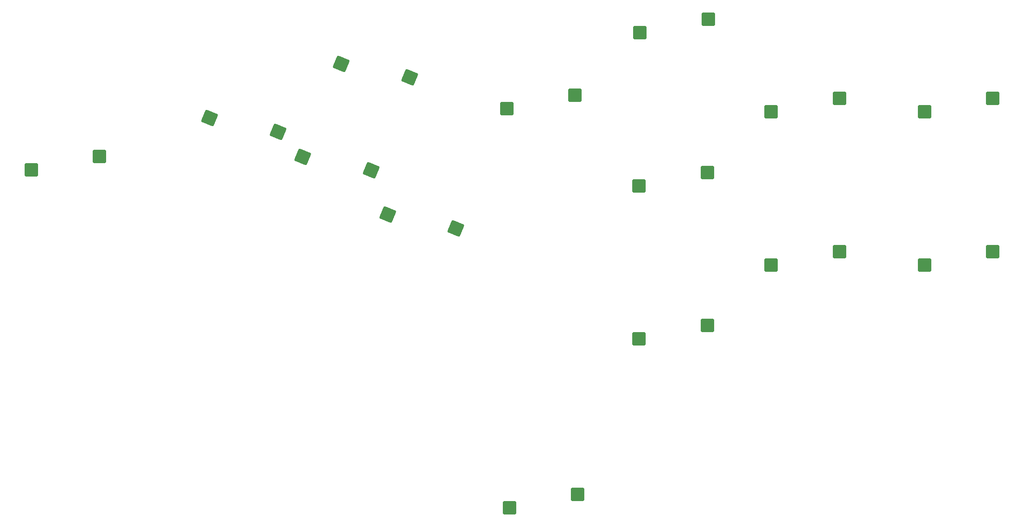
<source format=gbp>
G04 #@! TF.GenerationSoftware,KiCad,Pcbnew,8.0.4*
G04 #@! TF.CreationDate,2024-07-30T01:48:29-07:00*
G04 #@! TF.ProjectId,leverless_controller_3board,6c657665-726c-4657-9373-5f636f6e7472,rev?*
G04 #@! TF.SameCoordinates,Original*
G04 #@! TF.FileFunction,Paste,Bot*
G04 #@! TF.FilePolarity,Positive*
%FSLAX46Y46*%
G04 Gerber Fmt 4.6, Leading zero omitted, Abs format (unit mm)*
G04 Created by KiCad (PCBNEW 8.0.4) date 2024-07-30 01:48:29*
%MOMM*%
%LPD*%
G01*
G04 APERTURE LIST*
G04 Aperture macros list*
%AMRoundRect*
0 Rectangle with rounded corners*
0 $1 Rounding radius*
0 $2 $3 $4 $5 $6 $7 $8 $9 X,Y pos of 4 corners*
0 Add a 4 corners polygon primitive as box body*
4,1,4,$2,$3,$4,$5,$6,$7,$8,$9,$2,$3,0*
0 Add four circle primitives for the rounded corners*
1,1,$1+$1,$2,$3*
1,1,$1+$1,$4,$5*
1,1,$1+$1,$6,$7*
1,1,$1+$1,$8,$9*
0 Add four rect primitives between the rounded corners*
20,1,$1+$1,$2,$3,$4,$5,0*
20,1,$1+$1,$4,$5,$6,$7,0*
20,1,$1+$1,$6,$7,$8,$9,0*
20,1,$1+$1,$8,$9,$2,$3,0*%
G04 Aperture macros list end*
%ADD10RoundRect,0.250000X-1.025000X-1.000000X1.025000X-1.000000X1.025000X1.000000X-1.025000X1.000000X0*%
%ADD11RoundRect,0.250000X-1.329660X-0.531629X0.564293X-1.316130X1.329660X0.531629X-0.564293X1.316130X0*%
G04 APERTURE END LIST*
D10*
G04 #@! TO.C,SW9_HK1*
X221848943Y-87460000D03*
X234775943Y-84920000D03*
G04 #@! TD*
D11*
G04 #@! TO.C,SW20_RIGHT1*
X120330272Y-77942034D03*
X133245279Y-80542329D03*
G04 #@! TD*
G04 #@! TO.C,SW18_DOWN1*
X104261101Y-66956396D03*
X117176108Y-69556691D03*
G04 #@! TD*
G04 #@! TO.C,SW17_W1*
X111551220Y-49356491D03*
X124466227Y-51956786D03*
G04 #@! TD*
D10*
G04 #@! TO.C,SW3_MK1*
X192848943Y-87460000D03*
X205775943Y-84920000D03*
G04 #@! TD*
G04 #@! TO.C,SW2_LK1*
X167848943Y-101460000D03*
X180775943Y-98920000D03*
G04 #@! TD*
G04 #@! TO.C,SW8_DP1*
X52915000Y-69451696D03*
X65842000Y-66911696D03*
G04 #@! TD*
G04 #@! TO.C,SW12_THROW1*
X142830906Y-57814124D03*
X155757906Y-55274124D03*
G04 #@! TD*
G04 #@! TO.C,SW5_MP1*
X192848943Y-58460000D03*
X205775943Y-55920000D03*
G04 #@! TD*
G04 #@! TO.C,SW6_DI1*
X168029257Y-43460561D03*
X180956257Y-40920561D03*
G04 #@! TD*
D11*
G04 #@! TO.C,SW19_LEFT1*
X86661196Y-59666277D03*
X99576203Y-62266572D03*
G04 #@! TD*
D10*
G04 #@! TO.C,SW4_LP1*
X167848943Y-72460000D03*
X180775943Y-69920000D03*
G04 #@! TD*
G04 #@! TO.C,SW7_HP1*
X221848943Y-58460000D03*
X234775943Y-55920000D03*
G04 #@! TD*
G04 #@! TO.C,SW16_SPACE1*
X143355000Y-133470000D03*
X156282000Y-130930000D03*
G04 #@! TD*
M02*

</source>
